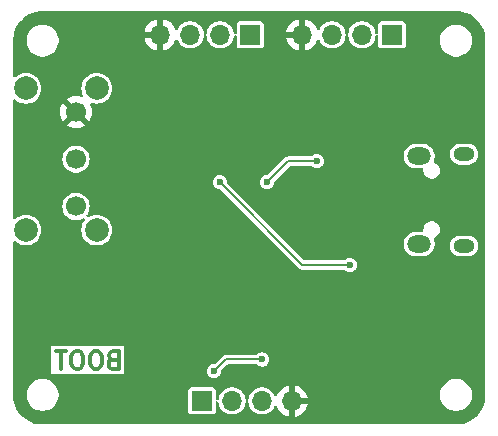
<source format=gbr>
%TF.GenerationSoftware,KiCad,Pcbnew,8.0.3*%
%TF.CreationDate,2025-07-01T21:47:02+03:00*%
%TF.ProjectId,stm,73746d2e-6b69-4636-9164-5f7063625858,rev?*%
%TF.SameCoordinates,Original*%
%TF.FileFunction,Copper,L2,Bot*%
%TF.FilePolarity,Positive*%
%FSLAX46Y46*%
G04 Gerber Fmt 4.6, Leading zero omitted, Abs format (unit mm)*
G04 Created by KiCad (PCBNEW 8.0.3) date 2025-07-01 21:47:02*
%MOMM*%
%LPD*%
G01*
G04 APERTURE LIST*
%ADD10C,0.300000*%
%TA.AperFunction,NonConductor*%
%ADD11C,0.300000*%
%TD*%
%TA.AperFunction,ComponentPad*%
%ADD12C,2.000000*%
%TD*%
%TA.AperFunction,ComponentPad*%
%ADD13C,1.700000*%
%TD*%
%TA.AperFunction,ComponentPad*%
%ADD14O,1.800000X1.150000*%
%TD*%
%TA.AperFunction,ComponentPad*%
%ADD15O,2.000000X1.450000*%
%TD*%
%TA.AperFunction,ComponentPad*%
%ADD16R,1.700000X1.700000*%
%TD*%
%TA.AperFunction,ComponentPad*%
%ADD17O,1.700000X1.700000*%
%TD*%
%TA.AperFunction,ViaPad*%
%ADD18C,0.600000*%
%TD*%
%TA.AperFunction,Conductor*%
%ADD19C,0.200000*%
%TD*%
G04 APERTURE END LIST*
D10*
D11*
X100945489Y-87015114D02*
X100731203Y-87086542D01*
X100731203Y-87086542D02*
X100659774Y-87157971D01*
X100659774Y-87157971D02*
X100588346Y-87300828D01*
X100588346Y-87300828D02*
X100588346Y-87515114D01*
X100588346Y-87515114D02*
X100659774Y-87657971D01*
X100659774Y-87657971D02*
X100731203Y-87729400D01*
X100731203Y-87729400D02*
X100874060Y-87800828D01*
X100874060Y-87800828D02*
X101445489Y-87800828D01*
X101445489Y-87800828D02*
X101445489Y-86300828D01*
X101445489Y-86300828D02*
X100945489Y-86300828D01*
X100945489Y-86300828D02*
X100802632Y-86372257D01*
X100802632Y-86372257D02*
X100731203Y-86443685D01*
X100731203Y-86443685D02*
X100659774Y-86586542D01*
X100659774Y-86586542D02*
X100659774Y-86729400D01*
X100659774Y-86729400D02*
X100731203Y-86872257D01*
X100731203Y-86872257D02*
X100802632Y-86943685D01*
X100802632Y-86943685D02*
X100945489Y-87015114D01*
X100945489Y-87015114D02*
X101445489Y-87015114D01*
X99659774Y-86300828D02*
X99374060Y-86300828D01*
X99374060Y-86300828D02*
X99231203Y-86372257D01*
X99231203Y-86372257D02*
X99088346Y-86515114D01*
X99088346Y-86515114D02*
X99016917Y-86800828D01*
X99016917Y-86800828D02*
X99016917Y-87300828D01*
X99016917Y-87300828D02*
X99088346Y-87586542D01*
X99088346Y-87586542D02*
X99231203Y-87729400D01*
X99231203Y-87729400D02*
X99374060Y-87800828D01*
X99374060Y-87800828D02*
X99659774Y-87800828D01*
X99659774Y-87800828D02*
X99802632Y-87729400D01*
X99802632Y-87729400D02*
X99945489Y-87586542D01*
X99945489Y-87586542D02*
X100016917Y-87300828D01*
X100016917Y-87300828D02*
X100016917Y-86800828D01*
X100016917Y-86800828D02*
X99945489Y-86515114D01*
X99945489Y-86515114D02*
X99802632Y-86372257D01*
X99802632Y-86372257D02*
X99659774Y-86300828D01*
X98088345Y-86300828D02*
X97802631Y-86300828D01*
X97802631Y-86300828D02*
X97659774Y-86372257D01*
X97659774Y-86372257D02*
X97516917Y-86515114D01*
X97516917Y-86515114D02*
X97445488Y-86800828D01*
X97445488Y-86800828D02*
X97445488Y-87300828D01*
X97445488Y-87300828D02*
X97516917Y-87586542D01*
X97516917Y-87586542D02*
X97659774Y-87729400D01*
X97659774Y-87729400D02*
X97802631Y-87800828D01*
X97802631Y-87800828D02*
X98088345Y-87800828D01*
X98088345Y-87800828D02*
X98231203Y-87729400D01*
X98231203Y-87729400D02*
X98374060Y-87586542D01*
X98374060Y-87586542D02*
X98445488Y-87300828D01*
X98445488Y-87300828D02*
X98445488Y-86800828D01*
X98445488Y-86800828D02*
X98374060Y-86515114D01*
X98374060Y-86515114D02*
X98231203Y-86372257D01*
X98231203Y-86372257D02*
X98088345Y-86300828D01*
X97016916Y-86300828D02*
X96159774Y-86300828D01*
X96588345Y-87800828D02*
X96588345Y-86300828D01*
D12*
%TO.P,SW1,*%
%TO.N,*%
X99582500Y-64042500D03*
X93582500Y-64042500D03*
X99582500Y-76042500D03*
X93582500Y-76042500D03*
D13*
%TO.P,SW1,1,A*%
%TO.N,GND*%
X97832500Y-66042500D03*
%TO.P,SW1,2,B*%
%TO.N,/SW*%
X97832500Y-70042500D03*
%TO.P,SW1,3,C*%
%TO.N,+3.3V*%
X97832500Y-74042500D03*
%TD*%
D14*
%TO.P,J1,6,Shield*%
%TO.N,unconnected-(J1-Shield-Pad6)*%
X130695000Y-77380000D03*
D15*
%TO.N,unconnected-(J1-Shield-Pad6)_0*%
X126895000Y-77230000D03*
%TO.N,unconnected-(J1-Shield-Pad6)_1*%
X126895000Y-69780000D03*
D14*
%TO.N,unconnected-(J1-Shield-Pad6)_2*%
X130695000Y-69630000D03*
%TD*%
D16*
%TO.P,J4,1,Pin_1*%
%TO.N,+3.3V*%
X108500000Y-90500000D03*
D17*
%TO.P,J4,2,Pin_2*%
%TO.N,/I2C_SCL*%
X111040000Y-90500000D03*
%TO.P,J4,3,Pin_3*%
%TO.N,/I2C_SDA*%
X113580000Y-90500000D03*
%TO.P,J4,4,Pin_4*%
%TO.N,GND*%
X116120000Y-90500000D03*
%TD*%
D16*
%TO.P,J2,1,Pin_1*%
%TO.N,+3.3V*%
X112580000Y-59500000D03*
D17*
%TO.P,J2,2,Pin_2*%
%TO.N,/UART_Tx*%
X110040000Y-59500000D03*
%TO.P,J2,3,Pin_3*%
%TO.N,/UART_Rx*%
X107500000Y-59500000D03*
%TO.P,J2,4,Pin_4*%
%TO.N,GND*%
X104960000Y-59500000D03*
%TD*%
D16*
%TO.P,J3,1,Pin_1*%
%TO.N,+3.3V*%
X124580000Y-59500000D03*
D17*
%TO.P,J3,2,Pin_2*%
%TO.N,/SWDIO*%
X122040000Y-59500000D03*
%TO.P,J3,3,Pin_3*%
%TO.N,/SWCLK*%
X119500000Y-59500000D03*
%TO.P,J3,4,Pin_4*%
%TO.N,GND*%
X116960000Y-59500000D03*
%TD*%
D18*
%TO.N,GND*%
X115000000Y-82000000D03*
X111000000Y-68000000D03*
%TO.N,+3.3V*%
X118206250Y-70206250D03*
X114000000Y-72000000D03*
X110000000Y-72000000D03*
X121000000Y-79000000D03*
X109490000Y-88000000D03*
X113590000Y-87000000D03*
%TO.N,GND*%
X124975000Y-82025000D03*
X123000000Y-82000000D03*
X123000000Y-78000000D03*
X120000000Y-72590000D03*
X105500000Y-71000000D03*
X101500000Y-66000000D03*
X105000000Y-62000000D03*
X117000000Y-62000000D03*
X125500000Y-84500000D03*
X129500000Y-81000000D03*
X125000000Y-72000000D03*
X125500000Y-80500000D03*
X105500000Y-78500000D03*
X105500000Y-76000000D03*
X94000000Y-79500000D03*
X100000000Y-82000000D03*
X105500000Y-84500000D03*
%TD*%
D19*
%TO.N,+3.3V*%
X115793750Y-70206250D02*
X114000000Y-72000000D01*
X118206250Y-70206250D02*
X115793750Y-70206250D01*
X121000000Y-79000000D02*
X117000000Y-79000000D01*
X117000000Y-79000000D02*
X110000000Y-72000000D01*
X109490000Y-88000000D02*
X110490000Y-87000000D01*
X110490000Y-87000000D02*
X113590000Y-87000000D01*
%TD*%
%TA.AperFunction,Conductor*%
%TO.N,GND*%
G36*
X130003736Y-57500726D02*
G01*
X130293796Y-57518271D01*
X130308659Y-57520076D01*
X130590798Y-57571780D01*
X130605335Y-57575363D01*
X130879172Y-57660695D01*
X130893163Y-57666000D01*
X131154743Y-57783727D01*
X131167989Y-57790680D01*
X131413465Y-57939075D01*
X131425776Y-57947573D01*
X131651573Y-58124473D01*
X131662781Y-58134403D01*
X131865596Y-58337218D01*
X131875526Y-58348426D01*
X131876368Y-58349501D01*
X131995481Y-58501538D01*
X132052422Y-58574217D01*
X132060926Y-58586537D01*
X132119091Y-58682753D01*
X132209316Y-58832004D01*
X132216275Y-58845263D01*
X132333997Y-59106831D01*
X132339306Y-59120832D01*
X132424635Y-59394663D01*
X132428219Y-59409201D01*
X132479923Y-59691340D01*
X132481728Y-59706205D01*
X132499274Y-59996263D01*
X132499500Y-60003750D01*
X132499500Y-89996249D01*
X132499274Y-90003736D01*
X132481728Y-90293794D01*
X132479923Y-90308659D01*
X132428219Y-90590798D01*
X132424635Y-90605336D01*
X132339306Y-90879167D01*
X132333997Y-90893168D01*
X132216275Y-91154736D01*
X132209316Y-91167995D01*
X132060928Y-91413459D01*
X132052422Y-91425782D01*
X131875526Y-91651573D01*
X131865596Y-91662781D01*
X131662781Y-91865596D01*
X131651573Y-91875526D01*
X131425782Y-92052422D01*
X131413459Y-92060928D01*
X131167995Y-92209316D01*
X131154736Y-92216275D01*
X130893168Y-92333997D01*
X130879167Y-92339306D01*
X130605336Y-92424635D01*
X130590798Y-92428219D01*
X130308659Y-92479923D01*
X130293794Y-92481728D01*
X130003736Y-92499274D01*
X129996249Y-92499500D01*
X95003751Y-92499500D01*
X94996264Y-92499274D01*
X94706205Y-92481728D01*
X94691340Y-92479923D01*
X94409201Y-92428219D01*
X94394663Y-92424635D01*
X94120832Y-92339306D01*
X94106831Y-92333997D01*
X93845263Y-92216275D01*
X93832004Y-92209316D01*
X93586540Y-92060928D01*
X93574217Y-92052422D01*
X93348426Y-91875526D01*
X93337218Y-91865596D01*
X93134403Y-91662781D01*
X93124473Y-91651573D01*
X93092936Y-91611319D01*
X92947573Y-91425776D01*
X92939075Y-91413465D01*
X92790680Y-91167989D01*
X92783727Y-91154743D01*
X92666000Y-90893163D01*
X92660693Y-90879167D01*
X92608698Y-90712310D01*
X92575363Y-90605335D01*
X92571780Y-90590798D01*
X92537539Y-90403951D01*
X92520075Y-90308657D01*
X92518271Y-90293794D01*
X92500726Y-90003736D01*
X92500500Y-89996249D01*
X92500500Y-89893713D01*
X93649500Y-89893713D01*
X93649500Y-90106286D01*
X93681552Y-90308659D01*
X93682754Y-90316243D01*
X93730938Y-90464538D01*
X93748444Y-90518414D01*
X93844951Y-90707820D01*
X93969890Y-90879786D01*
X94120213Y-91030109D01*
X94292179Y-91155048D01*
X94292181Y-91155049D01*
X94292184Y-91155051D01*
X94481588Y-91251557D01*
X94683757Y-91317246D01*
X94893713Y-91350500D01*
X94893714Y-91350500D01*
X95106286Y-91350500D01*
X95106287Y-91350500D01*
X95316243Y-91317246D01*
X95518412Y-91251557D01*
X95707816Y-91155051D01*
X95772226Y-91108255D01*
X95879786Y-91030109D01*
X95879788Y-91030106D01*
X95879792Y-91030104D01*
X96030104Y-90879792D01*
X96030106Y-90879788D01*
X96030109Y-90879786D01*
X96155048Y-90707820D01*
X96155047Y-90707820D01*
X96155051Y-90707816D01*
X96251557Y-90518412D01*
X96317246Y-90316243D01*
X96350500Y-90106287D01*
X96350500Y-89893713D01*
X96317246Y-89683757D01*
X96291699Y-89605131D01*
X107349500Y-89605131D01*
X107349500Y-91394856D01*
X107349502Y-91394882D01*
X107352413Y-91419987D01*
X107352415Y-91419991D01*
X107397793Y-91522764D01*
X107397794Y-91522765D01*
X107477235Y-91602206D01*
X107580009Y-91647585D01*
X107605135Y-91650500D01*
X109394864Y-91650499D01*
X109394879Y-91650497D01*
X109394882Y-91650497D01*
X109419987Y-91647586D01*
X109419988Y-91647585D01*
X109419991Y-91647585D01*
X109522765Y-91602206D01*
X109602206Y-91522765D01*
X109647585Y-91419991D01*
X109650500Y-91394865D01*
X109650499Y-90656046D01*
X109670183Y-90589009D01*
X109722987Y-90543254D01*
X109792146Y-90533310D01*
X109855702Y-90562335D01*
X109893476Y-90621113D01*
X109897970Y-90644606D01*
X109902454Y-90692993D01*
X109904244Y-90712310D01*
X109957675Y-90900099D01*
X109962596Y-90917392D01*
X109962596Y-90917394D01*
X110057632Y-91108253D01*
X110186127Y-91278406D01*
X110186128Y-91278407D01*
X110343698Y-91422052D01*
X110524981Y-91534298D01*
X110723802Y-91611321D01*
X110933390Y-91650500D01*
X110933392Y-91650500D01*
X111146608Y-91650500D01*
X111146610Y-91650500D01*
X111356198Y-91611321D01*
X111555019Y-91534298D01*
X111736302Y-91422052D01*
X111893872Y-91278407D01*
X112022366Y-91108255D01*
X112076270Y-91000000D01*
X112117403Y-90917394D01*
X112117403Y-90917393D01*
X112117405Y-90917389D01*
X112175756Y-90712310D01*
X112186529Y-90596047D01*
X112212315Y-90531111D01*
X112254622Y-90500804D01*
X112363130Y-90500804D01*
X112399503Y-90521668D01*
X112431693Y-90583681D01*
X112433470Y-90596047D01*
X112444244Y-90712310D01*
X112497675Y-90900099D01*
X112502596Y-90917392D01*
X112502596Y-90917394D01*
X112597632Y-91108253D01*
X112726127Y-91278406D01*
X112726128Y-91278407D01*
X112883698Y-91422052D01*
X113064981Y-91534298D01*
X113263802Y-91611321D01*
X113473390Y-91650500D01*
X113473392Y-91650500D01*
X113686608Y-91650500D01*
X113686610Y-91650500D01*
X113896198Y-91611321D01*
X114095019Y-91534298D01*
X114276302Y-91422052D01*
X114433872Y-91278407D01*
X114562366Y-91108255D01*
X114629325Y-90973781D01*
X114676825Y-90922548D01*
X114744488Y-90905126D01*
X114810828Y-90927051D01*
X114852705Y-90976651D01*
X114946399Y-91177578D01*
X115081894Y-91371082D01*
X115248917Y-91538105D01*
X115442421Y-91673600D01*
X115656507Y-91773429D01*
X115656516Y-91773433D01*
X115870000Y-91830634D01*
X115870000Y-90933012D01*
X115927007Y-90965925D01*
X116054174Y-91000000D01*
X116185826Y-91000000D01*
X116312993Y-90965925D01*
X116370000Y-90933012D01*
X116370000Y-91830633D01*
X116583483Y-91773433D01*
X116583492Y-91773429D01*
X116797578Y-91673600D01*
X116991082Y-91538105D01*
X117158105Y-91371082D01*
X117293600Y-91177578D01*
X117393429Y-90963492D01*
X117393432Y-90963486D01*
X117450636Y-90750000D01*
X116553012Y-90750000D01*
X116585925Y-90692993D01*
X116620000Y-90565826D01*
X116620000Y-90434174D01*
X116585925Y-90307007D01*
X116553012Y-90250000D01*
X117450636Y-90250000D01*
X117450635Y-90249999D01*
X117393432Y-90036513D01*
X117393429Y-90036507D01*
X117326843Y-89893713D01*
X128649500Y-89893713D01*
X128649500Y-90106286D01*
X128681552Y-90308659D01*
X128682754Y-90316243D01*
X128730938Y-90464538D01*
X128748444Y-90518414D01*
X128844951Y-90707820D01*
X128969890Y-90879786D01*
X129120213Y-91030109D01*
X129292179Y-91155048D01*
X129292181Y-91155049D01*
X129292184Y-91155051D01*
X129481588Y-91251557D01*
X129683757Y-91317246D01*
X129893713Y-91350500D01*
X129893714Y-91350500D01*
X130106286Y-91350500D01*
X130106287Y-91350500D01*
X130316243Y-91317246D01*
X130518412Y-91251557D01*
X130707816Y-91155051D01*
X130772226Y-91108255D01*
X130879786Y-91030109D01*
X130879788Y-91030106D01*
X130879792Y-91030104D01*
X131030104Y-90879792D01*
X131030106Y-90879788D01*
X131030109Y-90879786D01*
X131155048Y-90707820D01*
X131155047Y-90707820D01*
X131155051Y-90707816D01*
X131251557Y-90518412D01*
X131317246Y-90316243D01*
X131350500Y-90106287D01*
X131350500Y-89893713D01*
X131317246Y-89683757D01*
X131251557Y-89481588D01*
X131155051Y-89292184D01*
X131155049Y-89292181D01*
X131155048Y-89292179D01*
X131030109Y-89120213D01*
X130879786Y-88969890D01*
X130707820Y-88844951D01*
X130518414Y-88748444D01*
X130518413Y-88748443D01*
X130518412Y-88748443D01*
X130316243Y-88682754D01*
X130316241Y-88682753D01*
X130316240Y-88682753D01*
X130154957Y-88657208D01*
X130106287Y-88649500D01*
X129893713Y-88649500D01*
X129845042Y-88657208D01*
X129683760Y-88682753D01*
X129481585Y-88748444D01*
X129292179Y-88844951D01*
X129120213Y-88969890D01*
X128969890Y-89120213D01*
X128844951Y-89292179D01*
X128748444Y-89481585D01*
X128682753Y-89683760D01*
X128649500Y-89893713D01*
X117326843Y-89893713D01*
X117293600Y-89822422D01*
X117293599Y-89822420D01*
X117158113Y-89628926D01*
X117158108Y-89628920D01*
X116991082Y-89461894D01*
X116797578Y-89326399D01*
X116583492Y-89226570D01*
X116583486Y-89226567D01*
X116370000Y-89169364D01*
X116370000Y-90066988D01*
X116312993Y-90034075D01*
X116185826Y-90000000D01*
X116054174Y-90000000D01*
X115927007Y-90034075D01*
X115870000Y-90066988D01*
X115870000Y-89169364D01*
X115869999Y-89169364D01*
X115656513Y-89226567D01*
X115656507Y-89226570D01*
X115442422Y-89326399D01*
X115442420Y-89326400D01*
X115248926Y-89461886D01*
X115248920Y-89461891D01*
X115081891Y-89628920D01*
X115081886Y-89628926D01*
X114946400Y-89822420D01*
X114946399Y-89822422D01*
X114852705Y-90023348D01*
X114806532Y-90075787D01*
X114739339Y-90094939D01*
X114672457Y-90074723D01*
X114629324Y-90026216D01*
X114562366Y-89891745D01*
X114433872Y-89721593D01*
X114276302Y-89577948D01*
X114095019Y-89465702D01*
X114095017Y-89465701D01*
X113995608Y-89427190D01*
X113896198Y-89388679D01*
X113686610Y-89349500D01*
X113473390Y-89349500D01*
X113263802Y-89388679D01*
X113263799Y-89388679D01*
X113263799Y-89388680D01*
X113064982Y-89465701D01*
X113064980Y-89465702D01*
X112883699Y-89577947D01*
X112726127Y-89721593D01*
X112597632Y-89891746D01*
X112502596Y-90082605D01*
X112502596Y-90082607D01*
X112444244Y-90287689D01*
X112433471Y-90403951D01*
X112407685Y-90468888D01*
X112363130Y-90500804D01*
X112254622Y-90500804D01*
X112256869Y-90499194D01*
X112220497Y-90478331D01*
X112188307Y-90416318D01*
X112186529Y-90403951D01*
X112183175Y-90367759D01*
X112175756Y-90287690D01*
X112117405Y-90082611D01*
X112117403Y-90082606D01*
X112117403Y-90082605D01*
X112022367Y-89891746D01*
X111893872Y-89721593D01*
X111852368Y-89683757D01*
X111736302Y-89577948D01*
X111555019Y-89465702D01*
X111555017Y-89465701D01*
X111455608Y-89427190D01*
X111356198Y-89388679D01*
X111146610Y-89349500D01*
X110933390Y-89349500D01*
X110723802Y-89388679D01*
X110723799Y-89388679D01*
X110723799Y-89388680D01*
X110524982Y-89465701D01*
X110524980Y-89465702D01*
X110343699Y-89577947D01*
X110186127Y-89721593D01*
X110057632Y-89891746D01*
X109962596Y-90082605D01*
X109962596Y-90082607D01*
X109904244Y-90287689D01*
X109897970Y-90355394D01*
X109872183Y-90420331D01*
X109815383Y-90461018D01*
X109745602Y-90464538D01*
X109684995Y-90429772D01*
X109652806Y-90367759D01*
X109650499Y-90343952D01*
X109650499Y-89605143D01*
X109650499Y-89605136D01*
X109650497Y-89605117D01*
X109647586Y-89580012D01*
X109647585Y-89580010D01*
X109647585Y-89580009D01*
X109602206Y-89477235D01*
X109522765Y-89397794D01*
X109502124Y-89388680D01*
X109419992Y-89352415D01*
X109394865Y-89349500D01*
X107605143Y-89349500D01*
X107605117Y-89349502D01*
X107580012Y-89352413D01*
X107580008Y-89352415D01*
X107477235Y-89397793D01*
X107397794Y-89477234D01*
X107352415Y-89580006D01*
X107352415Y-89580008D01*
X107349500Y-89605131D01*
X96291699Y-89605131D01*
X96251557Y-89481588D01*
X96155051Y-89292184D01*
X96155049Y-89292181D01*
X96155048Y-89292179D01*
X96030109Y-89120213D01*
X95879786Y-88969890D01*
X95707820Y-88844951D01*
X95518414Y-88748444D01*
X95518413Y-88748443D01*
X95518412Y-88748443D01*
X95316243Y-88682754D01*
X95316241Y-88682753D01*
X95316240Y-88682753D01*
X95154957Y-88657208D01*
X95106287Y-88649500D01*
X94893713Y-88649500D01*
X94845042Y-88657208D01*
X94683760Y-88682753D01*
X94481585Y-88748444D01*
X94292179Y-88844951D01*
X94120213Y-88969890D01*
X93969890Y-89120213D01*
X93844951Y-89292179D01*
X93748444Y-89481585D01*
X93682753Y-89683760D01*
X93649500Y-89893713D01*
X92500500Y-89893713D01*
X92500500Y-88258053D01*
X95704274Y-88258053D01*
X101900989Y-88258053D01*
X101900989Y-87999998D01*
X108884318Y-87999998D01*
X108884318Y-88000001D01*
X108904955Y-88156760D01*
X108904956Y-88156762D01*
X108965464Y-88302841D01*
X109061718Y-88428282D01*
X109187159Y-88524536D01*
X109333238Y-88585044D01*
X109411619Y-88595363D01*
X109489999Y-88605682D01*
X109490000Y-88605682D01*
X109490001Y-88605682D01*
X109542254Y-88598802D01*
X109646762Y-88585044D01*
X109792841Y-88524536D01*
X109918282Y-88428282D01*
X110014536Y-88302841D01*
X110075044Y-88156762D01*
X110095682Y-88000000D01*
X110095681Y-87999997D01*
X110096144Y-87996485D01*
X110124410Y-87932589D01*
X110131390Y-87925001D01*
X110619573Y-87436819D01*
X110680896Y-87403334D01*
X110707254Y-87400500D01*
X113083420Y-87400500D01*
X113150459Y-87420185D01*
X113158907Y-87426124D01*
X113161716Y-87428279D01*
X113161718Y-87428282D01*
X113287159Y-87524536D01*
X113433238Y-87585044D01*
X113511619Y-87595363D01*
X113589999Y-87605682D01*
X113590000Y-87605682D01*
X113590001Y-87605682D01*
X113642254Y-87598802D01*
X113746762Y-87585044D01*
X113892841Y-87524536D01*
X114018282Y-87428282D01*
X114114536Y-87302841D01*
X114175044Y-87156762D01*
X114195682Y-87000000D01*
X114175044Y-86843238D01*
X114114536Y-86697159D01*
X114018282Y-86571718D01*
X113892841Y-86475464D01*
X113746762Y-86414956D01*
X113746760Y-86414955D01*
X113590001Y-86394318D01*
X113589999Y-86394318D01*
X113433239Y-86414955D01*
X113433237Y-86414956D01*
X113287160Y-86475463D01*
X113287159Y-86475464D01*
X113161718Y-86571718D01*
X113161716Y-86571720D01*
X113158907Y-86573876D01*
X113093737Y-86599070D01*
X113083420Y-86599500D01*
X110550339Y-86599500D01*
X110550323Y-86599499D01*
X110542727Y-86599499D01*
X110437273Y-86599499D01*
X110369366Y-86617695D01*
X110335412Y-86626793D01*
X110244084Y-86679522D01*
X110169518Y-86754089D01*
X109565008Y-87358597D01*
X109503685Y-87392082D01*
X109493513Y-87393855D01*
X109333238Y-87414956D01*
X109333237Y-87414956D01*
X109187160Y-87475463D01*
X109061718Y-87571718D01*
X108965463Y-87697160D01*
X108904956Y-87843237D01*
X108904955Y-87843239D01*
X108884318Y-87999998D01*
X101900989Y-87999998D01*
X101900989Y-85843603D01*
X95704274Y-85843603D01*
X95704274Y-88258053D01*
X92500500Y-88258053D01*
X92500500Y-77099049D01*
X92520185Y-77032010D01*
X92572989Y-76986255D01*
X92642147Y-76976311D01*
X92705703Y-77005336D01*
X92712181Y-77011368D01*
X92743358Y-77042545D01*
X92743361Y-77042547D01*
X92929766Y-77173068D01*
X93136004Y-77269239D01*
X93355808Y-77328135D01*
X93517730Y-77342301D01*
X93582498Y-77347968D01*
X93582500Y-77347968D01*
X93582502Y-77347968D01*
X93639173Y-77343009D01*
X93809192Y-77328135D01*
X94028996Y-77269239D01*
X94235234Y-77173068D01*
X94421639Y-77042547D01*
X94582547Y-76881639D01*
X94713068Y-76695234D01*
X94809239Y-76488996D01*
X94868135Y-76269192D01*
X94887968Y-76042500D01*
X94868135Y-75815808D01*
X94809239Y-75596004D01*
X94713068Y-75389766D01*
X94582547Y-75203361D01*
X94582545Y-75203358D01*
X94421641Y-75042454D01*
X94235234Y-74911932D01*
X94235232Y-74911931D01*
X94028997Y-74815761D01*
X94028988Y-74815758D01*
X93809197Y-74756866D01*
X93809193Y-74756865D01*
X93809192Y-74756865D01*
X93809191Y-74756864D01*
X93809186Y-74756864D01*
X93582502Y-74737032D01*
X93582498Y-74737032D01*
X93355813Y-74756864D01*
X93355802Y-74756866D01*
X93136011Y-74815758D01*
X93136002Y-74815761D01*
X92929767Y-74911931D01*
X92929765Y-74911932D01*
X92743358Y-75042454D01*
X92712181Y-75073632D01*
X92650858Y-75107117D01*
X92581166Y-75102133D01*
X92525233Y-75060261D01*
X92500816Y-74994797D01*
X92500500Y-74985951D01*
X92500500Y-74042499D01*
X96677071Y-74042499D01*
X96677071Y-74042500D01*
X96696744Y-74254810D01*
X96755096Y-74459892D01*
X96755096Y-74459894D01*
X96850132Y-74650753D01*
X96974742Y-74815761D01*
X96978628Y-74820907D01*
X97136198Y-74964552D01*
X97317481Y-75076798D01*
X97516302Y-75153821D01*
X97725890Y-75193000D01*
X97725892Y-75193000D01*
X97939108Y-75193000D01*
X97939110Y-75193000D01*
X98148698Y-75153821D01*
X98347519Y-75076798D01*
X98405918Y-75040638D01*
X98473277Y-75022082D01*
X98539976Y-75042890D01*
X98584838Y-75096454D01*
X98593619Y-75165770D01*
X98572771Y-75217187D01*
X98451931Y-75389767D01*
X98355761Y-75596002D01*
X98355758Y-75596011D01*
X98296866Y-75815802D01*
X98296864Y-75815813D01*
X98277032Y-76042498D01*
X98277032Y-76042501D01*
X98296864Y-76269186D01*
X98296866Y-76269197D01*
X98355758Y-76488988D01*
X98355761Y-76488997D01*
X98451931Y-76695232D01*
X98451932Y-76695234D01*
X98582454Y-76881641D01*
X98743358Y-77042545D01*
X98743361Y-77042547D01*
X98929766Y-77173068D01*
X99136004Y-77269239D01*
X99355808Y-77328135D01*
X99517730Y-77342301D01*
X99582498Y-77347968D01*
X99582500Y-77347968D01*
X99582502Y-77347968D01*
X99639173Y-77343009D01*
X99809192Y-77328135D01*
X100028996Y-77269239D01*
X100235234Y-77173068D01*
X100421639Y-77042547D01*
X100582547Y-76881639D01*
X100713068Y-76695234D01*
X100809239Y-76488996D01*
X100868135Y-76269192D01*
X100887968Y-76042500D01*
X100868135Y-75815808D01*
X100809239Y-75596004D01*
X100713068Y-75389766D01*
X100582547Y-75203361D01*
X100582545Y-75203358D01*
X100421641Y-75042454D01*
X100235234Y-74911932D01*
X100235232Y-74911931D01*
X100028997Y-74815761D01*
X100028988Y-74815758D01*
X99809197Y-74756866D01*
X99809193Y-74756865D01*
X99809192Y-74756865D01*
X99809191Y-74756864D01*
X99809186Y-74756864D01*
X99582502Y-74737032D01*
X99582498Y-74737032D01*
X99355813Y-74756864D01*
X99355802Y-74756866D01*
X99136011Y-74815758D01*
X99136002Y-74815761D01*
X98929767Y-74911931D01*
X98910839Y-74925185D01*
X98844632Y-74947512D01*
X98776865Y-74930500D01*
X98729053Y-74879551D01*
X98716376Y-74810841D01*
X98740763Y-74748882D01*
X98749712Y-74737032D01*
X98814866Y-74650755D01*
X98909905Y-74459889D01*
X98968256Y-74254810D01*
X98987929Y-74042500D01*
X98968256Y-73830190D01*
X98909905Y-73625111D01*
X98909903Y-73625106D01*
X98909903Y-73625105D01*
X98814867Y-73434246D01*
X98686372Y-73264093D01*
X98528802Y-73120448D01*
X98347519Y-73008202D01*
X98347517Y-73008201D01*
X98248108Y-72969690D01*
X98148698Y-72931179D01*
X97939110Y-72892000D01*
X97725890Y-72892000D01*
X97516302Y-72931179D01*
X97516299Y-72931179D01*
X97516299Y-72931180D01*
X97317482Y-73008201D01*
X97317480Y-73008202D01*
X97136199Y-73120447D01*
X96978627Y-73264093D01*
X96850132Y-73434246D01*
X96755096Y-73625105D01*
X96755096Y-73625107D01*
X96696744Y-73830189D01*
X96677071Y-74042499D01*
X92500500Y-74042499D01*
X92500500Y-71999998D01*
X109394318Y-71999998D01*
X109394318Y-72000001D01*
X109414955Y-72156760D01*
X109414956Y-72156762D01*
X109475464Y-72302841D01*
X109571718Y-72428282D01*
X109697159Y-72524536D01*
X109843238Y-72585044D01*
X110000000Y-72605682D01*
X110000001Y-72605681D01*
X110003513Y-72606144D01*
X110067410Y-72634410D01*
X110075009Y-72641402D01*
X116754087Y-79320480D01*
X116845412Y-79373207D01*
X116947273Y-79400500D01*
X117052727Y-79400500D01*
X120493420Y-79400500D01*
X120560459Y-79420185D01*
X120568907Y-79426124D01*
X120571716Y-79428279D01*
X120571718Y-79428282D01*
X120697159Y-79524536D01*
X120843238Y-79585044D01*
X120921619Y-79595363D01*
X120999999Y-79605682D01*
X121000000Y-79605682D01*
X121000001Y-79605682D01*
X121052254Y-79598802D01*
X121156762Y-79585044D01*
X121302841Y-79524536D01*
X121428282Y-79428282D01*
X121524536Y-79302841D01*
X121585044Y-79156762D01*
X121605682Y-79000000D01*
X121585044Y-78843238D01*
X121524536Y-78697159D01*
X121428282Y-78571718D01*
X121302841Y-78475464D01*
X121156762Y-78414956D01*
X121156760Y-78414955D01*
X121000001Y-78394318D01*
X120999999Y-78394318D01*
X120843239Y-78414955D01*
X120843237Y-78414956D01*
X120697160Y-78475463D01*
X120697159Y-78475464D01*
X120571718Y-78571718D01*
X120571716Y-78571720D01*
X120568907Y-78573876D01*
X120503737Y-78599070D01*
X120493420Y-78599500D01*
X117217255Y-78599500D01*
X117150216Y-78579815D01*
X117129574Y-78563181D01*
X115695385Y-77128992D01*
X125594500Y-77128992D01*
X125594500Y-77331007D01*
X125633907Y-77529119D01*
X125633909Y-77529127D01*
X125711212Y-77715752D01*
X125711217Y-77715762D01*
X125823441Y-77883718D01*
X125966281Y-78026558D01*
X126134237Y-78138782D01*
X126134241Y-78138784D01*
X126134244Y-78138786D01*
X126320873Y-78216091D01*
X126518992Y-78255499D01*
X126518996Y-78255500D01*
X126518997Y-78255500D01*
X127271004Y-78255500D01*
X127271005Y-78255499D01*
X127469127Y-78216091D01*
X127655756Y-78138786D01*
X127823718Y-78026558D01*
X127966558Y-77883718D01*
X128078786Y-77715756D01*
X128156091Y-77529127D01*
X128195500Y-77331003D01*
X128195500Y-77293766D01*
X129494500Y-77293766D01*
X129494500Y-77466233D01*
X129528143Y-77635366D01*
X129528146Y-77635378D01*
X129594138Y-77794698D01*
X129594145Y-77794711D01*
X129689954Y-77938098D01*
X129689957Y-77938102D01*
X129811897Y-78060042D01*
X129811901Y-78060045D01*
X129955288Y-78155854D01*
X129955301Y-78155861D01*
X130100708Y-78216090D01*
X130114626Y-78221855D01*
X130283766Y-78255499D01*
X130283769Y-78255500D01*
X130283771Y-78255500D01*
X131106231Y-78255500D01*
X131106232Y-78255499D01*
X131275374Y-78221855D01*
X131434705Y-78155858D01*
X131578099Y-78060045D01*
X131700045Y-77938099D01*
X131795858Y-77794705D01*
X131861855Y-77635374D01*
X131895500Y-77466229D01*
X131895500Y-77293771D01*
X131895500Y-77293768D01*
X131895499Y-77293766D01*
X131890620Y-77269238D01*
X131861855Y-77124626D01*
X131827856Y-77042545D01*
X131795861Y-76965301D01*
X131795854Y-76965288D01*
X131700045Y-76821901D01*
X131700042Y-76821897D01*
X131578102Y-76699957D01*
X131578098Y-76699954D01*
X131434711Y-76604145D01*
X131434698Y-76604138D01*
X131275378Y-76538146D01*
X131275366Y-76538143D01*
X131106232Y-76504500D01*
X131106229Y-76504500D01*
X130283771Y-76504500D01*
X130283768Y-76504500D01*
X130114633Y-76538143D01*
X130114621Y-76538146D01*
X129955301Y-76604138D01*
X129955288Y-76604145D01*
X129811901Y-76699954D01*
X129811897Y-76699957D01*
X129689957Y-76821897D01*
X129689954Y-76821901D01*
X129594145Y-76965288D01*
X129594138Y-76965301D01*
X129528146Y-77124621D01*
X129528143Y-77124633D01*
X129494500Y-77293766D01*
X128195500Y-77293766D01*
X128195500Y-77128997D01*
X128156091Y-76930873D01*
X128114932Y-76831507D01*
X128107463Y-76762037D01*
X128138738Y-76699558D01*
X128189060Y-76669700D01*
X128188207Y-76667452D01*
X128195222Y-76664790D01*
X128195225Y-76664790D01*
X128345852Y-76585734D01*
X128473183Y-76472929D01*
X128569818Y-76332930D01*
X128630140Y-76173872D01*
X128650645Y-76005000D01*
X128630140Y-75836128D01*
X128622431Y-75815802D01*
X128569817Y-75677068D01*
X128535476Y-75627318D01*
X128473183Y-75537071D01*
X128345852Y-75424266D01*
X128345849Y-75424263D01*
X128195226Y-75345210D01*
X128030056Y-75304500D01*
X127859944Y-75304500D01*
X127694773Y-75345210D01*
X127544150Y-75424263D01*
X127416816Y-75537072D01*
X127320182Y-75677068D01*
X127259860Y-75836125D01*
X127259859Y-75836130D01*
X127239355Y-76004999D01*
X127239355Y-76005000D01*
X127243908Y-76042501D01*
X127246708Y-76065553D01*
X127235248Y-76134476D01*
X127188344Y-76186263D01*
X127123612Y-76204500D01*
X126518992Y-76204500D01*
X126320880Y-76243907D01*
X126320872Y-76243909D01*
X126134247Y-76321212D01*
X126134237Y-76321217D01*
X125966281Y-76433441D01*
X125823441Y-76576281D01*
X125711217Y-76744237D01*
X125711212Y-76744247D01*
X125633909Y-76930872D01*
X125633907Y-76930880D01*
X125594500Y-77128992D01*
X115695385Y-77128992D01*
X110641402Y-72075009D01*
X110607917Y-72013686D01*
X110606144Y-72003513D01*
X110605681Y-71999998D01*
X113394318Y-71999998D01*
X113394318Y-72000001D01*
X113414955Y-72156760D01*
X113414956Y-72156762D01*
X113475464Y-72302841D01*
X113571718Y-72428282D01*
X113697159Y-72524536D01*
X113843238Y-72585044D01*
X113921619Y-72595363D01*
X113999999Y-72605682D01*
X114000000Y-72605682D01*
X114000001Y-72605682D01*
X114052254Y-72598802D01*
X114156762Y-72585044D01*
X114302841Y-72524536D01*
X114428282Y-72428282D01*
X114524536Y-72302841D01*
X114585044Y-72156762D01*
X114605682Y-72000000D01*
X114605681Y-71999997D01*
X114606144Y-71996485D01*
X114634410Y-71932589D01*
X114641390Y-71925001D01*
X115923323Y-70643069D01*
X115984646Y-70609584D01*
X116011004Y-70606750D01*
X117699670Y-70606750D01*
X117766709Y-70626435D01*
X117775157Y-70632374D01*
X117777966Y-70634529D01*
X117777968Y-70634532D01*
X117903409Y-70730786D01*
X118049488Y-70791294D01*
X118127869Y-70801613D01*
X118206249Y-70811932D01*
X118206250Y-70811932D01*
X118206251Y-70811932D01*
X118258504Y-70805052D01*
X118363012Y-70791294D01*
X118509091Y-70730786D01*
X118634532Y-70634532D01*
X118730786Y-70509091D01*
X118791294Y-70363012D01*
X118811932Y-70206250D01*
X118809542Y-70188099D01*
X118791294Y-70049489D01*
X118791294Y-70049488D01*
X118730786Y-69903409D01*
X118634532Y-69777968D01*
X118509091Y-69681714D01*
X118502529Y-69678996D01*
X118502519Y-69678992D01*
X125594500Y-69678992D01*
X125594500Y-69881007D01*
X125633907Y-70079119D01*
X125633909Y-70079127D01*
X125711212Y-70265752D01*
X125711217Y-70265762D01*
X125823441Y-70433718D01*
X125966281Y-70576558D01*
X126134237Y-70688782D01*
X126134241Y-70688784D01*
X126134244Y-70688786D01*
X126320873Y-70766091D01*
X126518484Y-70805398D01*
X126518992Y-70805499D01*
X126518996Y-70805500D01*
X127123612Y-70805500D01*
X127190651Y-70825185D01*
X127236406Y-70877989D01*
X127246707Y-70944445D01*
X127239355Y-71005000D01*
X127259859Y-71173869D01*
X127259860Y-71173874D01*
X127320182Y-71332931D01*
X127361012Y-71392082D01*
X127416817Y-71472929D01*
X127522505Y-71566560D01*
X127544150Y-71585736D01*
X127694773Y-71664789D01*
X127694775Y-71664790D01*
X127859944Y-71705500D01*
X128030056Y-71705500D01*
X128195225Y-71664790D01*
X128274692Y-71623081D01*
X128345849Y-71585736D01*
X128345850Y-71585734D01*
X128345852Y-71585734D01*
X128473183Y-71472929D01*
X128569818Y-71332930D01*
X128630140Y-71173872D01*
X128650645Y-71005000D01*
X128630140Y-70836128D01*
X128618524Y-70805500D01*
X128603578Y-70766090D01*
X128569818Y-70677070D01*
X128473183Y-70537071D01*
X128345852Y-70424266D01*
X128345849Y-70424263D01*
X128195225Y-70345209D01*
X128188210Y-70342549D01*
X128189131Y-70340119D01*
X128139438Y-70311186D01*
X128107649Y-70248967D01*
X128114544Y-70179439D01*
X128114932Y-70178492D01*
X128156091Y-70079127D01*
X128195500Y-69881003D01*
X128195500Y-69678997D01*
X128168601Y-69543766D01*
X129494500Y-69543766D01*
X129494500Y-69716233D01*
X129528143Y-69885366D01*
X129528146Y-69885378D01*
X129594138Y-70044698D01*
X129594145Y-70044711D01*
X129689954Y-70188098D01*
X129689957Y-70188102D01*
X129811897Y-70310042D01*
X129811901Y-70310045D01*
X129955288Y-70405854D01*
X129955301Y-70405861D01*
X130114621Y-70471853D01*
X130114626Y-70471855D01*
X130283766Y-70505499D01*
X130283769Y-70505500D01*
X130283771Y-70505500D01*
X131106231Y-70505500D01*
X131106232Y-70505499D01*
X131275374Y-70471855D01*
X131434705Y-70405858D01*
X131578099Y-70310045D01*
X131700045Y-70188099D01*
X131795858Y-70044705D01*
X131861855Y-69885374D01*
X131895500Y-69716229D01*
X131895500Y-69543771D01*
X131895500Y-69543768D01*
X131895499Y-69543766D01*
X131882989Y-69480873D01*
X131861855Y-69374626D01*
X131816071Y-69264093D01*
X131795861Y-69215301D01*
X131795854Y-69215288D01*
X131700045Y-69071901D01*
X131700042Y-69071897D01*
X131578102Y-68949957D01*
X131578098Y-68949954D01*
X131434711Y-68854145D01*
X131434698Y-68854138D01*
X131275378Y-68788146D01*
X131275366Y-68788143D01*
X131106232Y-68754500D01*
X131106229Y-68754500D01*
X130283771Y-68754500D01*
X130283768Y-68754500D01*
X130114633Y-68788143D01*
X130114621Y-68788146D01*
X129955301Y-68854138D01*
X129955288Y-68854145D01*
X129811901Y-68949954D01*
X129811897Y-68949957D01*
X129689957Y-69071897D01*
X129689954Y-69071901D01*
X129594145Y-69215288D01*
X129594138Y-69215301D01*
X129528146Y-69374621D01*
X129528143Y-69374633D01*
X129494500Y-69543766D01*
X128168601Y-69543766D01*
X128156091Y-69480873D01*
X128078786Y-69294244D01*
X128078784Y-69294241D01*
X128078782Y-69294237D01*
X127966558Y-69126281D01*
X127823718Y-68983441D01*
X127655762Y-68871217D01*
X127655752Y-68871212D01*
X127469127Y-68793909D01*
X127469119Y-68793907D01*
X127271007Y-68754500D01*
X127271003Y-68754500D01*
X126518997Y-68754500D01*
X126518992Y-68754500D01*
X126320880Y-68793907D01*
X126320872Y-68793909D01*
X126134247Y-68871212D01*
X126134237Y-68871217D01*
X125966281Y-68983441D01*
X125823441Y-69126281D01*
X125711217Y-69294237D01*
X125711212Y-69294247D01*
X125633909Y-69480872D01*
X125633907Y-69480880D01*
X125594500Y-69678992D01*
X118502519Y-69678992D01*
X118363012Y-69621206D01*
X118363010Y-69621205D01*
X118206251Y-69600568D01*
X118206249Y-69600568D01*
X118049489Y-69621205D01*
X118049487Y-69621206D01*
X117903410Y-69681713D01*
X117903409Y-69681714D01*
X117777968Y-69777968D01*
X117777966Y-69777970D01*
X117775157Y-69780126D01*
X117709987Y-69805320D01*
X117699670Y-69805750D01*
X115854089Y-69805750D01*
X115854073Y-69805749D01*
X115846477Y-69805749D01*
X115741023Y-69805749D01*
X115673116Y-69823945D01*
X115639162Y-69833043D01*
X115547834Y-69885772D01*
X115473268Y-69960339D01*
X114075008Y-71358597D01*
X114013685Y-71392082D01*
X114003513Y-71393855D01*
X113843238Y-71414956D01*
X113843237Y-71414956D01*
X113697160Y-71475463D01*
X113571718Y-71571718D01*
X113475463Y-71697160D01*
X113414956Y-71843237D01*
X113414955Y-71843239D01*
X113394318Y-71999998D01*
X110605681Y-71999998D01*
X110585044Y-71843238D01*
X110524536Y-71697159D01*
X110428282Y-71571718D01*
X110302841Y-71475464D01*
X110296716Y-71472927D01*
X110156762Y-71414956D01*
X110156760Y-71414955D01*
X110000001Y-71394318D01*
X109999999Y-71394318D01*
X109843239Y-71414955D01*
X109843237Y-71414956D01*
X109697160Y-71475463D01*
X109571718Y-71571718D01*
X109475463Y-71697160D01*
X109414956Y-71843237D01*
X109414955Y-71843239D01*
X109394318Y-71999998D01*
X92500500Y-71999998D01*
X92500500Y-70042500D01*
X96677071Y-70042500D01*
X96696744Y-70254810D01*
X96739722Y-70405861D01*
X96755096Y-70459892D01*
X96755096Y-70459894D01*
X96850132Y-70650753D01*
X96937233Y-70766092D01*
X96978628Y-70820907D01*
X97136198Y-70964552D01*
X97317481Y-71076798D01*
X97516302Y-71153821D01*
X97725890Y-71193000D01*
X97725892Y-71193000D01*
X97939108Y-71193000D01*
X97939110Y-71193000D01*
X98148698Y-71153821D01*
X98347519Y-71076798D01*
X98528802Y-70964552D01*
X98686372Y-70820907D01*
X98814866Y-70650755D01*
X98836778Y-70606750D01*
X98909903Y-70459894D01*
X98909903Y-70459893D01*
X98909905Y-70459889D01*
X98968256Y-70254810D01*
X98987929Y-70042500D01*
X98968256Y-69830190D01*
X98909905Y-69625111D01*
X98909903Y-69625106D01*
X98909903Y-69625105D01*
X98814867Y-69434246D01*
X98686372Y-69264093D01*
X98632850Y-69215301D01*
X98528802Y-69120448D01*
X98347519Y-69008202D01*
X98347517Y-69008201D01*
X98197162Y-68949954D01*
X98148698Y-68931179D01*
X97939110Y-68892000D01*
X97725890Y-68892000D01*
X97516302Y-68931179D01*
X97516299Y-68931179D01*
X97516299Y-68931180D01*
X97317482Y-69008201D01*
X97317480Y-69008202D01*
X97136199Y-69120447D01*
X96978627Y-69264093D01*
X96850132Y-69434246D01*
X96755096Y-69625105D01*
X96755096Y-69625107D01*
X96696744Y-69830189D01*
X96691631Y-69885374D01*
X96677071Y-70042500D01*
X92500500Y-70042500D01*
X92500500Y-66042498D01*
X96477343Y-66042498D01*
X96477343Y-66042501D01*
X96497930Y-66277815D01*
X96497932Y-66277826D01*
X96559066Y-66505983D01*
X96559070Y-66505992D01*
X96658900Y-66720079D01*
X96658902Y-66720083D01*
X96717572Y-66803873D01*
X96717573Y-66803873D01*
X97390361Y-66131084D01*
X97413167Y-66216194D01*
X97472410Y-66318806D01*
X97556194Y-66402590D01*
X97658806Y-66461833D01*
X97743914Y-66484637D01*
X97071125Y-67157425D01*
X97154921Y-67216099D01*
X97369007Y-67315929D01*
X97369016Y-67315933D01*
X97597173Y-67377067D01*
X97597184Y-67377069D01*
X97832498Y-67397657D01*
X97832502Y-67397657D01*
X98067815Y-67377069D01*
X98067826Y-67377067D01*
X98295983Y-67315933D01*
X98295992Y-67315929D01*
X98510078Y-67216100D01*
X98510082Y-67216098D01*
X98593873Y-67157426D01*
X98593873Y-67157425D01*
X97921085Y-66484638D01*
X98006194Y-66461833D01*
X98108806Y-66402590D01*
X98192590Y-66318806D01*
X98251833Y-66216194D01*
X98274637Y-66131085D01*
X98947425Y-66803873D01*
X98947426Y-66803873D01*
X99006098Y-66720082D01*
X99006100Y-66720078D01*
X99105929Y-66505992D01*
X99105933Y-66505983D01*
X99167067Y-66277826D01*
X99167069Y-66277815D01*
X99187657Y-66042501D01*
X99187657Y-66042498D01*
X99167069Y-65807184D01*
X99167067Y-65807173D01*
X99105933Y-65579016D01*
X99105929Y-65579007D01*
X99048945Y-65456803D01*
X99038453Y-65387725D01*
X99066973Y-65323941D01*
X99125449Y-65285702D01*
X99193418Y-65284623D01*
X99355808Y-65328135D01*
X99517730Y-65342301D01*
X99582498Y-65347968D01*
X99582500Y-65347968D01*
X99582502Y-65347968D01*
X99639173Y-65343009D01*
X99809192Y-65328135D01*
X100028996Y-65269239D01*
X100235234Y-65173068D01*
X100421639Y-65042547D01*
X100582547Y-64881639D01*
X100713068Y-64695234D01*
X100809239Y-64488996D01*
X100868135Y-64269192D01*
X100887968Y-64042500D01*
X100868135Y-63815808D01*
X100809239Y-63596004D01*
X100713068Y-63389766D01*
X100582547Y-63203361D01*
X100582545Y-63203358D01*
X100421641Y-63042454D01*
X100235234Y-62911932D01*
X100235232Y-62911931D01*
X100028997Y-62815761D01*
X100028988Y-62815758D01*
X99809197Y-62756866D01*
X99809193Y-62756865D01*
X99809192Y-62756865D01*
X99809191Y-62756864D01*
X99809186Y-62756864D01*
X99582502Y-62737032D01*
X99582498Y-62737032D01*
X99355813Y-62756864D01*
X99355802Y-62756866D01*
X99136011Y-62815758D01*
X99136002Y-62815761D01*
X98929767Y-62911931D01*
X98929765Y-62911932D01*
X98743358Y-63042454D01*
X98582454Y-63203358D01*
X98451932Y-63389765D01*
X98451931Y-63389767D01*
X98355761Y-63596002D01*
X98355758Y-63596011D01*
X98296866Y-63815802D01*
X98296864Y-63815813D01*
X98277032Y-64042498D01*
X98277032Y-64042501D01*
X98296864Y-64269186D01*
X98296866Y-64269197D01*
X98355758Y-64488988D01*
X98355763Y-64489002D01*
X98401161Y-64586358D01*
X98411653Y-64655435D01*
X98383133Y-64719219D01*
X98324656Y-64757458D01*
X98256686Y-64758537D01*
X98067826Y-64707932D01*
X98067815Y-64707930D01*
X97832502Y-64687343D01*
X97832498Y-64687343D01*
X97597184Y-64707930D01*
X97597173Y-64707932D01*
X97369016Y-64769066D01*
X97369007Y-64769070D01*
X97154919Y-64868901D01*
X97071125Y-64927572D01*
X97743914Y-65600361D01*
X97658806Y-65623167D01*
X97556194Y-65682410D01*
X97472410Y-65766194D01*
X97413167Y-65868806D01*
X97390361Y-65953914D01*
X96717572Y-65281125D01*
X96658901Y-65364919D01*
X96559070Y-65579007D01*
X96559066Y-65579016D01*
X96497932Y-65807173D01*
X96497930Y-65807184D01*
X96477343Y-66042498D01*
X92500500Y-66042498D01*
X92500500Y-65099049D01*
X92520185Y-65032010D01*
X92572989Y-64986255D01*
X92642147Y-64976311D01*
X92705703Y-65005336D01*
X92712181Y-65011368D01*
X92743358Y-65042545D01*
X92743361Y-65042547D01*
X92929766Y-65173068D01*
X93136004Y-65269239D01*
X93355808Y-65328135D01*
X93517730Y-65342301D01*
X93582498Y-65347968D01*
X93582500Y-65347968D01*
X93582502Y-65347968D01*
X93639173Y-65343009D01*
X93809192Y-65328135D01*
X94028996Y-65269239D01*
X94235234Y-65173068D01*
X94421639Y-65042547D01*
X94582547Y-64881639D01*
X94713068Y-64695234D01*
X94809239Y-64488996D01*
X94868135Y-64269192D01*
X94887968Y-64042500D01*
X94868135Y-63815808D01*
X94809239Y-63596004D01*
X94713068Y-63389766D01*
X94582547Y-63203361D01*
X94582545Y-63203358D01*
X94421641Y-63042454D01*
X94235234Y-62911932D01*
X94235232Y-62911931D01*
X94028997Y-62815761D01*
X94028988Y-62815758D01*
X93809197Y-62756866D01*
X93809193Y-62756865D01*
X93809192Y-62756865D01*
X93809191Y-62756864D01*
X93809186Y-62756864D01*
X93582502Y-62737032D01*
X93582498Y-62737032D01*
X93355813Y-62756864D01*
X93355802Y-62756866D01*
X93136011Y-62815758D01*
X93136002Y-62815761D01*
X92929767Y-62911931D01*
X92929765Y-62911932D01*
X92743358Y-63042454D01*
X92712181Y-63073632D01*
X92650858Y-63107117D01*
X92581166Y-63102133D01*
X92525233Y-63060261D01*
X92500816Y-62994797D01*
X92500500Y-62985951D01*
X92500500Y-60003750D01*
X92500726Y-59996263D01*
X92506929Y-59893713D01*
X93649500Y-59893713D01*
X93649500Y-60106287D01*
X93682754Y-60316243D01*
X93708305Y-60394882D01*
X93748444Y-60518414D01*
X93844951Y-60707820D01*
X93969890Y-60879786D01*
X94120213Y-61030109D01*
X94292179Y-61155048D01*
X94292181Y-61155049D01*
X94292184Y-61155051D01*
X94481588Y-61251557D01*
X94683757Y-61317246D01*
X94893713Y-61350500D01*
X94893714Y-61350500D01*
X95106286Y-61350500D01*
X95106287Y-61350500D01*
X95316243Y-61317246D01*
X95518412Y-61251557D01*
X95707816Y-61155051D01*
X95729789Y-61139086D01*
X95879786Y-61030109D01*
X95879788Y-61030106D01*
X95879792Y-61030104D01*
X96030104Y-60879792D01*
X96030106Y-60879788D01*
X96030109Y-60879786D01*
X96155048Y-60707820D01*
X96155047Y-60707820D01*
X96155051Y-60707816D01*
X96251557Y-60518412D01*
X96317246Y-60316243D01*
X96350500Y-60106287D01*
X96350500Y-59893713D01*
X96317246Y-59683757D01*
X96251557Y-59481588D01*
X96155051Y-59292184D01*
X96155049Y-59292181D01*
X96155048Y-59292179D01*
X96124403Y-59249999D01*
X103629364Y-59249999D01*
X103629364Y-59250000D01*
X104526988Y-59250000D01*
X104494075Y-59307007D01*
X104460000Y-59434174D01*
X104460000Y-59565826D01*
X104494075Y-59692993D01*
X104526988Y-59750000D01*
X103629364Y-59750000D01*
X103686567Y-59963486D01*
X103686570Y-59963492D01*
X103786399Y-60177578D01*
X103921894Y-60371082D01*
X104088917Y-60538105D01*
X104282421Y-60673600D01*
X104496507Y-60773429D01*
X104496516Y-60773433D01*
X104710000Y-60830634D01*
X104710000Y-59933012D01*
X104767007Y-59965925D01*
X104894174Y-60000000D01*
X105025826Y-60000000D01*
X105152993Y-59965925D01*
X105210000Y-59933012D01*
X105210000Y-60830633D01*
X105423483Y-60773433D01*
X105423492Y-60773429D01*
X105637578Y-60673600D01*
X105831082Y-60538105D01*
X105998105Y-60371082D01*
X106133600Y-60177578D01*
X106227294Y-59976651D01*
X106273466Y-59924212D01*
X106340660Y-59905060D01*
X106407541Y-59925276D01*
X106450676Y-59973785D01*
X106517632Y-60108253D01*
X106646127Y-60278406D01*
X106646128Y-60278407D01*
X106803698Y-60422052D01*
X106984981Y-60534298D01*
X107183802Y-60611321D01*
X107393390Y-60650500D01*
X107393392Y-60650500D01*
X107606608Y-60650500D01*
X107606610Y-60650500D01*
X107816198Y-60611321D01*
X108015019Y-60534298D01*
X108196302Y-60422052D01*
X108353872Y-60278407D01*
X108482366Y-60108255D01*
X108538131Y-59996263D01*
X108577403Y-59917394D01*
X108577403Y-59917393D01*
X108577405Y-59917389D01*
X108635756Y-59712310D01*
X108646529Y-59596047D01*
X108672315Y-59531111D01*
X108714622Y-59500804D01*
X108823130Y-59500804D01*
X108859503Y-59521668D01*
X108891693Y-59583681D01*
X108893470Y-59596047D01*
X108904244Y-59712310D01*
X108957675Y-59900099D01*
X108962596Y-59917392D01*
X108962596Y-59917394D01*
X109057632Y-60108253D01*
X109186127Y-60278406D01*
X109186128Y-60278407D01*
X109343698Y-60422052D01*
X109524981Y-60534298D01*
X109723802Y-60611321D01*
X109933390Y-60650500D01*
X109933392Y-60650500D01*
X110146608Y-60650500D01*
X110146610Y-60650500D01*
X110356198Y-60611321D01*
X110555019Y-60534298D01*
X110736302Y-60422052D01*
X110893872Y-60278407D01*
X111022366Y-60108255D01*
X111078131Y-59996263D01*
X111117403Y-59917394D01*
X111117403Y-59917393D01*
X111117405Y-59917389D01*
X111175756Y-59712310D01*
X111182029Y-59644605D01*
X111207814Y-59579669D01*
X111264614Y-59538981D01*
X111334395Y-59535461D01*
X111395002Y-59570225D01*
X111427193Y-59632238D01*
X111429500Y-59656047D01*
X111429500Y-60394856D01*
X111429502Y-60394882D01*
X111432413Y-60419987D01*
X111432415Y-60419991D01*
X111477793Y-60522764D01*
X111477794Y-60522765D01*
X111557235Y-60602206D01*
X111660009Y-60647585D01*
X111685135Y-60650500D01*
X113474864Y-60650499D01*
X113474879Y-60650497D01*
X113474882Y-60650497D01*
X113499987Y-60647586D01*
X113499988Y-60647585D01*
X113499991Y-60647585D01*
X113602765Y-60602206D01*
X113682206Y-60522765D01*
X113727585Y-60419991D01*
X113730500Y-60394865D01*
X113730499Y-59249999D01*
X115629364Y-59249999D01*
X115629364Y-59250000D01*
X116526988Y-59250000D01*
X116494075Y-59307007D01*
X116460000Y-59434174D01*
X116460000Y-59565826D01*
X116494075Y-59692993D01*
X116526988Y-59750000D01*
X115629364Y-59750000D01*
X115686567Y-59963486D01*
X115686570Y-59963492D01*
X115786399Y-60177578D01*
X115921894Y-60371082D01*
X116088917Y-60538105D01*
X116282421Y-60673600D01*
X116496507Y-60773429D01*
X116496516Y-60773433D01*
X116710000Y-60830634D01*
X116710000Y-59933012D01*
X116767007Y-59965925D01*
X116894174Y-60000000D01*
X117025826Y-60000000D01*
X117152993Y-59965925D01*
X117210000Y-59933012D01*
X117210000Y-60830633D01*
X117423483Y-60773433D01*
X117423492Y-60773429D01*
X117637578Y-60673600D01*
X117831082Y-60538105D01*
X117998105Y-60371082D01*
X118133600Y-60177578D01*
X118227294Y-59976651D01*
X118273466Y-59924212D01*
X118340660Y-59905060D01*
X118407541Y-59925276D01*
X118450676Y-59973785D01*
X118517632Y-60108253D01*
X118646127Y-60278406D01*
X118646128Y-60278407D01*
X118803698Y-60422052D01*
X118984981Y-60534298D01*
X119183802Y-60611321D01*
X119393390Y-60650500D01*
X119393392Y-60650500D01*
X119606608Y-60650500D01*
X119606610Y-60650500D01*
X119816198Y-60611321D01*
X120015019Y-60534298D01*
X120196302Y-60422052D01*
X120353872Y-60278407D01*
X120482366Y-60108255D01*
X120538131Y-59996263D01*
X120577403Y-59917394D01*
X120577403Y-59917393D01*
X120577405Y-59917389D01*
X120635756Y-59712310D01*
X120646529Y-59596047D01*
X120672315Y-59531111D01*
X120714622Y-59500804D01*
X120823130Y-59500804D01*
X120859503Y-59521668D01*
X120891693Y-59583681D01*
X120893470Y-59596047D01*
X120904244Y-59712310D01*
X120957675Y-59900099D01*
X120962596Y-59917392D01*
X120962596Y-59917394D01*
X121057632Y-60108253D01*
X121186127Y-60278406D01*
X121186128Y-60278407D01*
X121343698Y-60422052D01*
X121524981Y-60534298D01*
X121723802Y-60611321D01*
X121933390Y-60650500D01*
X121933392Y-60650500D01*
X122146608Y-60650500D01*
X122146610Y-60650500D01*
X122356198Y-60611321D01*
X122555019Y-60534298D01*
X122736302Y-60422052D01*
X122893872Y-60278407D01*
X123022366Y-60108255D01*
X123078131Y-59996263D01*
X123117403Y-59917394D01*
X123117403Y-59917393D01*
X123117405Y-59917389D01*
X123175756Y-59712310D01*
X123182029Y-59644605D01*
X123207814Y-59579669D01*
X123264614Y-59538981D01*
X123334395Y-59535461D01*
X123395002Y-59570225D01*
X123427193Y-59632238D01*
X123429500Y-59656047D01*
X123429500Y-60394856D01*
X123429502Y-60394882D01*
X123432413Y-60419987D01*
X123432415Y-60419991D01*
X123477793Y-60522764D01*
X123477794Y-60522765D01*
X123557235Y-60602206D01*
X123660009Y-60647585D01*
X123685135Y-60650500D01*
X125474864Y-60650499D01*
X125474879Y-60650497D01*
X125474882Y-60650497D01*
X125499987Y-60647586D01*
X125499988Y-60647585D01*
X125499991Y-60647585D01*
X125602765Y-60602206D01*
X125682206Y-60522765D01*
X125727585Y-60419991D01*
X125730500Y-60394865D01*
X125730500Y-59893713D01*
X128649500Y-59893713D01*
X128649500Y-60106287D01*
X128682754Y-60316243D01*
X128708305Y-60394882D01*
X128748444Y-60518414D01*
X128844951Y-60707820D01*
X128969890Y-60879786D01*
X129120213Y-61030109D01*
X129292179Y-61155048D01*
X129292181Y-61155049D01*
X129292184Y-61155051D01*
X129481588Y-61251557D01*
X129683757Y-61317246D01*
X129893713Y-61350500D01*
X129893714Y-61350500D01*
X130106286Y-61350500D01*
X130106287Y-61350500D01*
X130316243Y-61317246D01*
X130518412Y-61251557D01*
X130707816Y-61155051D01*
X130729789Y-61139086D01*
X130879786Y-61030109D01*
X130879788Y-61030106D01*
X130879792Y-61030104D01*
X131030104Y-60879792D01*
X131030106Y-60879788D01*
X131030109Y-60879786D01*
X131155048Y-60707820D01*
X131155047Y-60707820D01*
X131155051Y-60707816D01*
X131251557Y-60518412D01*
X131317246Y-60316243D01*
X131350500Y-60106287D01*
X131350500Y-59893713D01*
X131317246Y-59683757D01*
X131251557Y-59481588D01*
X131155051Y-59292184D01*
X131155049Y-59292181D01*
X131155048Y-59292179D01*
X131030109Y-59120213D01*
X130879786Y-58969890D01*
X130707820Y-58844951D01*
X130518414Y-58748444D01*
X130518413Y-58748443D01*
X130518412Y-58748443D01*
X130316243Y-58682754D01*
X130316241Y-58682753D01*
X130316240Y-58682753D01*
X130154957Y-58657208D01*
X130106287Y-58649500D01*
X129893713Y-58649500D01*
X129845042Y-58657208D01*
X129683760Y-58682753D01*
X129481585Y-58748444D01*
X129292179Y-58844951D01*
X129120213Y-58969890D01*
X128969890Y-59120213D01*
X128844951Y-59292179D01*
X128748444Y-59481585D01*
X128682753Y-59683760D01*
X128672262Y-59750000D01*
X128649500Y-59893713D01*
X125730500Y-59893713D01*
X125730499Y-58605136D01*
X125730497Y-58605117D01*
X125727586Y-58580012D01*
X125727585Y-58580010D01*
X125727585Y-58580009D01*
X125682206Y-58477235D01*
X125602765Y-58397794D01*
X125582124Y-58388680D01*
X125499992Y-58352415D01*
X125474865Y-58349500D01*
X123685143Y-58349500D01*
X123685117Y-58349502D01*
X123660012Y-58352413D01*
X123660008Y-58352415D01*
X123557235Y-58397793D01*
X123477794Y-58477234D01*
X123432415Y-58580006D01*
X123432415Y-58580008D01*
X123429500Y-58605131D01*
X123429500Y-59343951D01*
X123409815Y-59410990D01*
X123357011Y-59456745D01*
X123287853Y-59466689D01*
X123224297Y-59437664D01*
X123186523Y-59378886D01*
X123182029Y-59355391D01*
X123175756Y-59287689D01*
X123136130Y-59148422D01*
X123117405Y-59082611D01*
X123117403Y-59082606D01*
X123117403Y-59082605D01*
X123022367Y-58891746D01*
X122893872Y-58721593D01*
X122814790Y-58649500D01*
X122736302Y-58577948D01*
X122555019Y-58465702D01*
X122555017Y-58465701D01*
X122455608Y-58427190D01*
X122356198Y-58388679D01*
X122146610Y-58349500D01*
X121933390Y-58349500D01*
X121723802Y-58388679D01*
X121723799Y-58388679D01*
X121723799Y-58388680D01*
X121524982Y-58465701D01*
X121524980Y-58465702D01*
X121343699Y-58577947D01*
X121186127Y-58721593D01*
X121057632Y-58891746D01*
X120962596Y-59082605D01*
X120962596Y-59082607D01*
X120904244Y-59287689D01*
X120893471Y-59403951D01*
X120867685Y-59468888D01*
X120823130Y-59500804D01*
X120714622Y-59500804D01*
X120716869Y-59499194D01*
X120680497Y-59478331D01*
X120648307Y-59416318D01*
X120646529Y-59403951D01*
X120640969Y-59343951D01*
X120635756Y-59287690D01*
X120577405Y-59082611D01*
X120577403Y-59082606D01*
X120577403Y-59082605D01*
X120482367Y-58891746D01*
X120353872Y-58721593D01*
X120274790Y-58649500D01*
X120196302Y-58577948D01*
X120015019Y-58465702D01*
X120015017Y-58465701D01*
X119915608Y-58427190D01*
X119816198Y-58388679D01*
X119606610Y-58349500D01*
X119393390Y-58349500D01*
X119183802Y-58388679D01*
X119183799Y-58388679D01*
X119183799Y-58388680D01*
X118984982Y-58465701D01*
X118984980Y-58465702D01*
X118803699Y-58577947D01*
X118646127Y-58721593D01*
X118517634Y-58891744D01*
X118450676Y-59026215D01*
X118403173Y-59077452D01*
X118335510Y-59094873D01*
X118269170Y-59072947D01*
X118227294Y-59023348D01*
X118133600Y-58822422D01*
X118133599Y-58822420D01*
X117998113Y-58628926D01*
X117998108Y-58628920D01*
X117831082Y-58461894D01*
X117637578Y-58326399D01*
X117423492Y-58226570D01*
X117423486Y-58226567D01*
X117210000Y-58169364D01*
X117210000Y-59066988D01*
X117152993Y-59034075D01*
X117025826Y-59000000D01*
X116894174Y-59000000D01*
X116767007Y-59034075D01*
X116710000Y-59066988D01*
X116710000Y-58169364D01*
X116709999Y-58169364D01*
X116496513Y-58226567D01*
X116496507Y-58226570D01*
X116282422Y-58326399D01*
X116282420Y-58326400D01*
X116088926Y-58461886D01*
X116088920Y-58461891D01*
X115921891Y-58628920D01*
X115921886Y-58628926D01*
X115786400Y-58822420D01*
X115786399Y-58822422D01*
X115686570Y-59036507D01*
X115686567Y-59036513D01*
X115629364Y-59249999D01*
X113730499Y-59249999D01*
X113730499Y-58605136D01*
X113730497Y-58605117D01*
X113727586Y-58580012D01*
X113727585Y-58580010D01*
X113727585Y-58580009D01*
X113682206Y-58477235D01*
X113602765Y-58397794D01*
X113582124Y-58388680D01*
X113499992Y-58352415D01*
X113474865Y-58349500D01*
X111685143Y-58349500D01*
X111685117Y-58349502D01*
X111660012Y-58352413D01*
X111660008Y-58352415D01*
X111557235Y-58397793D01*
X111477794Y-58477234D01*
X111432415Y-58580006D01*
X111432415Y-58580008D01*
X111429500Y-58605131D01*
X111429500Y-59343951D01*
X111409815Y-59410990D01*
X111357011Y-59456745D01*
X111287853Y-59466689D01*
X111224297Y-59437664D01*
X111186523Y-59378886D01*
X111182029Y-59355391D01*
X111175756Y-59287689D01*
X111136130Y-59148422D01*
X111117405Y-59082611D01*
X111117403Y-59082606D01*
X111117403Y-59082605D01*
X111022367Y-58891746D01*
X110893872Y-58721593D01*
X110814790Y-58649500D01*
X110736302Y-58577948D01*
X110555019Y-58465702D01*
X110555017Y-58465701D01*
X110455608Y-58427190D01*
X110356198Y-58388679D01*
X110146610Y-58349500D01*
X109933390Y-58349500D01*
X109723802Y-58388679D01*
X109723799Y-58388679D01*
X109723799Y-58388680D01*
X109524982Y-58465701D01*
X109524980Y-58465702D01*
X109343699Y-58577947D01*
X109186127Y-58721593D01*
X109057632Y-58891746D01*
X108962596Y-59082605D01*
X108962596Y-59082607D01*
X108904244Y-59287689D01*
X108893471Y-59403951D01*
X108867685Y-59468888D01*
X108823130Y-59500804D01*
X108714622Y-59500804D01*
X108716869Y-59499194D01*
X108680497Y-59478331D01*
X108648307Y-59416318D01*
X108646529Y-59403951D01*
X108640969Y-59343951D01*
X108635756Y-59287690D01*
X108577405Y-59082611D01*
X108577403Y-59082606D01*
X108577403Y-59082605D01*
X108482367Y-58891746D01*
X108353872Y-58721593D01*
X108274790Y-58649500D01*
X108196302Y-58577948D01*
X108015019Y-58465702D01*
X108015017Y-58465701D01*
X107915608Y-58427190D01*
X107816198Y-58388679D01*
X107606610Y-58349500D01*
X107393390Y-58349500D01*
X107183802Y-58388679D01*
X107183799Y-58388679D01*
X107183799Y-58388680D01*
X106984982Y-58465701D01*
X106984980Y-58465702D01*
X106803699Y-58577947D01*
X106646127Y-58721593D01*
X106517634Y-58891744D01*
X106450676Y-59026215D01*
X106403173Y-59077452D01*
X106335510Y-59094873D01*
X106269170Y-59072947D01*
X106227294Y-59023348D01*
X106133600Y-58822422D01*
X106133599Y-58822420D01*
X105998113Y-58628926D01*
X105998108Y-58628920D01*
X105831082Y-58461894D01*
X105637578Y-58326399D01*
X105423492Y-58226570D01*
X105423486Y-58226567D01*
X105210000Y-58169364D01*
X105210000Y-59066988D01*
X105152993Y-59034075D01*
X105025826Y-59000000D01*
X104894174Y-59000000D01*
X104767007Y-59034075D01*
X104710000Y-59066988D01*
X104710000Y-58169364D01*
X104709999Y-58169364D01*
X104496513Y-58226567D01*
X104496507Y-58226570D01*
X104282422Y-58326399D01*
X104282420Y-58326400D01*
X104088926Y-58461886D01*
X104088920Y-58461891D01*
X103921891Y-58628920D01*
X103921886Y-58628926D01*
X103786400Y-58822420D01*
X103786399Y-58822422D01*
X103686570Y-59036507D01*
X103686567Y-59036513D01*
X103629364Y-59249999D01*
X96124403Y-59249999D01*
X96030109Y-59120213D01*
X95879786Y-58969890D01*
X95707820Y-58844951D01*
X95518414Y-58748444D01*
X95518413Y-58748443D01*
X95518412Y-58748443D01*
X95316243Y-58682754D01*
X95316241Y-58682753D01*
X95316240Y-58682753D01*
X95154957Y-58657208D01*
X95106287Y-58649500D01*
X94893713Y-58649500D01*
X94845042Y-58657208D01*
X94683760Y-58682753D01*
X94481585Y-58748444D01*
X94292179Y-58844951D01*
X94120213Y-58969890D01*
X93969890Y-59120213D01*
X93844951Y-59292179D01*
X93748444Y-59481585D01*
X93682753Y-59683760D01*
X93672262Y-59750000D01*
X93649500Y-59893713D01*
X92506929Y-59893713D01*
X92518271Y-59706205D01*
X92520076Y-59691340D01*
X92539806Y-59583681D01*
X92571780Y-59409197D01*
X92575364Y-59394663D01*
X92660696Y-59120822D01*
X92665998Y-59106841D01*
X92783731Y-58845249D01*
X92790676Y-58832016D01*
X92939080Y-58586526D01*
X92947567Y-58574230D01*
X93124480Y-58348417D01*
X93134395Y-58337226D01*
X93337226Y-58134395D01*
X93348417Y-58124480D01*
X93574230Y-57947567D01*
X93586526Y-57939080D01*
X93832016Y-57790676D01*
X93845249Y-57783731D01*
X94106841Y-57665998D01*
X94120822Y-57660696D01*
X94394668Y-57575362D01*
X94409197Y-57571780D01*
X94691344Y-57520075D01*
X94706201Y-57518271D01*
X94996264Y-57500726D01*
X95003751Y-57500500D01*
X95065892Y-57500500D01*
X99934108Y-57500500D01*
X129934108Y-57500500D01*
X129996249Y-57500500D01*
X130003736Y-57500726D01*
G37*
%TD.AperFunction*%
%TD*%
M02*

</source>
